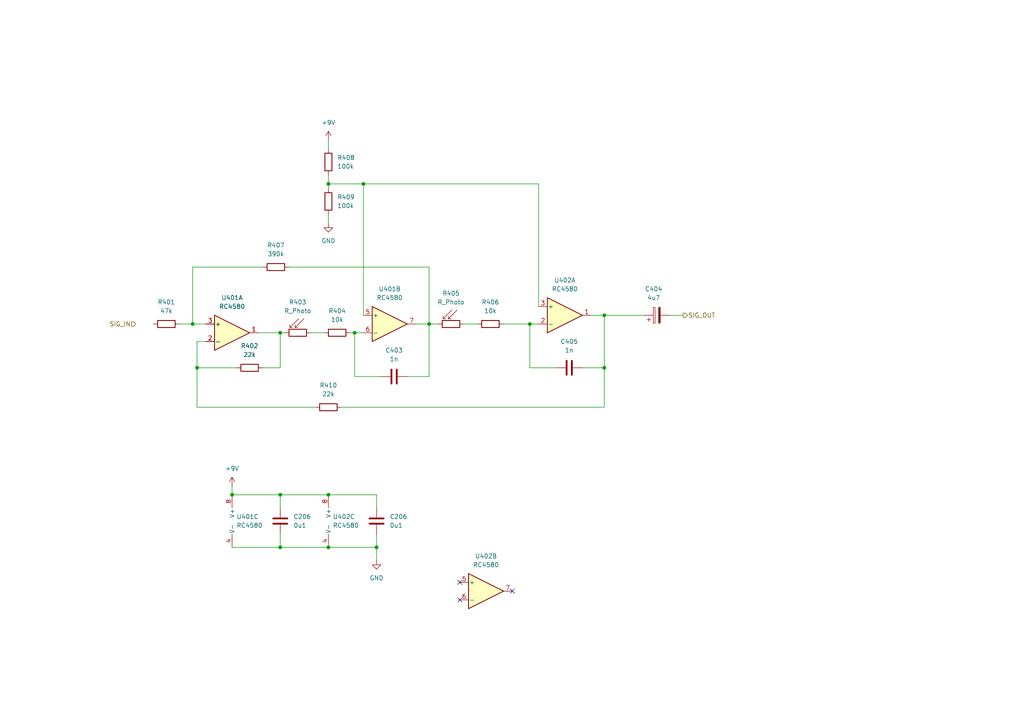
<source format=kicad_sch>
(kicad_sch (version 20230121) (generator eeschema)
  (paper "A4")
  (lib_symbols
    (symbol "Amplifier_Operational:RC4580" (pin_names (offset 0.127))
      (property "Reference" "U" (at 0 5.08 0))
      (property "Value" "RC4580" (at 0 -5.08 0))
      (symbol "RC4580_1_1"
        (polyline (pts (xy -5.08 5.08) (xy 5.08 0) (xy -5.08 -5.08) (xy -5.08 5.08)) (stroke (width 0.254)) (fill (type background)))
        (pin output line (at 7.62 0 180) (length 2.54) (name "~") (number "1"))
        (pin input line (at -7.62 -2.54 0) (length 2.54) (name "-") (number "2"))
        (pin input line (at -7.62 2.54 0) (length 2.54) (name "+") (number "3"))
      )
      (symbol "RC4580_2_1"
        (polyline (pts (xy -5.08 5.08) (xy 5.08 0) (xy -5.08 -5.08) (xy -5.08 5.08)) (stroke (width 0.254)) (fill (type background)))
        (pin input line (at -7.62 2.54 0) (length 2.54) (name "+") (number "5"))
        (pin input line (at -7.62 -2.54 0) (length 2.54) (name "-") (number "6"))
        (pin output line (at 7.62 0 180) (length 2.54) (name "~") (number "7"))
      )
      (symbol "RC4580_3_1"
        (pin power_in line (at -2.54 -7.62 90) (length 3.81) (name "V-") (number "4"))
        (pin power_in line (at -2.54 7.62 270) (length 3.81) (name "V+") (number "8"))
      )
    )
    (symbol "Device:C" (pin_numbers hide) (pin_names (offset 0.254))
      (property "Reference" "C" (at 0.635 2.54 0))
      (property "Value" "C" (at 0.635 -2.54 0))
      (symbol "C_0_1"
        (polyline (pts (xy -2.032 -0.762) (xy 2.032 -0.762)) (stroke (width 0.508)))
        (polyline (pts (xy -2.032 0.762) (xy 2.032 0.762)) (stroke (width 0.508)))
      )
      (symbol "C_1_1"
        (pin passive line (at 0 3.81 270) (length 2.794) (name "~") (number "1"))
        (pin passive line (at 0 -3.81 90) (length 2.794) (name "~") (number "2"))
      )
    )
    (symbol "Device:C_Polarized" (pin_numbers hide) (pin_names (offset 0.254))
      (property "Reference" "C" (at 0.635 2.54 0))
      (property "Value" "C_Polarized" (at 0.635 -2.54 0))
      (symbol "C_Polarized_0_1"
        (rectangle (start -2.286 0.508) (end 2.286 1.016))
        (polyline (pts (xy -1.778 2.286) (xy -0.762 2.286)))
        (polyline (pts (xy -1.27 2.794) (xy -1.27 1.778)))
        (rectangle (start 2.286 -0.508) (end -2.286 -1.016) (fill (type outline)))
      )
      (symbol "C_Polarized_1_1"
        (pin passive line (at 0 3.81 270) (length 2.794) (name "~") (number "1"))
        (pin passive line (at 0 -3.81 90) (length 2.794) (name "~") (number "2"))
      )
    )
    (symbol "Device:R" (pin_numbers hide) (pin_names (offset 0))
      (property "Reference" "R" (at 2.032 0 90))
      (property "Value" "R" (at 0 0 90))
      (symbol "R_0_1"
        (rectangle (start -1.016 -2.54) (end 1.016 2.54) (stroke (width 0.254)))
      )
      (symbol "R_1_1"
        (pin passive line (at 0 3.81 270) (length 1.27) (name "~") (number "1"))
        (pin passive line (at 0 -3.81 90) (length 1.27) (name "~") (number "2"))
      )
    )
    (symbol "Device:R_Photo" (pin_numbers hide) (pin_names (offset 0))
      (property "Reference" "R" (at 1.27 1.27 0))
      (property "Value" "R_Photo" (at 1.27 0 0))
      (symbol "R_Photo_0_1"
        (rectangle (start -1.016 2.54) (end 1.016 -2.54) (stroke (width 0.254)))
        (polyline (pts (xy -1.524 -2.286) (xy -4.064 0.254)))
        (polyline (pts (xy -1.524 -2.286) (xy -2.286 -2.286)))
        (polyline (pts (xy -1.524 -2.286) (xy -1.524 -1.524)))
        (polyline (pts (xy -1.524 -0.762) (xy -4.064 1.778)))
        (polyline (pts (xy -1.524 -0.762) (xy -2.286 -0.762)))
        (polyline (pts (xy -1.524 -0.762) (xy -1.524 0)))
      )
      (symbol "R_Photo_1_1"
        (pin passive line (at 0 3.81 270) (length 1.27) (name "~") (number "1"))
        (pin passive line (at 0 -3.81 90) (length 1.27) (name "~") (number "2"))
      )
    )
    (symbol "power:+9V" (power) (pin_names (offset 0))
      (property "Value" "+9V" (at 0 3.556 0))
      (symbol "+9V_0_1"
        (polyline (pts (xy -0.762 1.27) (xy 0 2.54)))
        (polyline (pts (xy 0 0) (xy 0 2.54)))
        (polyline (pts (xy 0 2.54) (xy 0.762 1.27)))
      )
      (symbol "+9V_1_1"
        (pin power_in line (at 0 0 90) (length 0) hide (name "+9V") (number "1"))
      )
    )
    (symbol "power:GND" (power) (pin_names (offset 0))
      (property "Value" "GND" (at 0 -3.81 0))
      (symbol "GND_0_1"
        (polyline (pts (xy 0 0) (xy 0 -1.27) (xy 1.27 -1.27) (xy 0 -2.54) (xy -1.27 -1.27) (xy 0 -1.27)))
      )
      (symbol "GND_1_1"
        (pin power_in line (at 0 0 270) (length 0) hide (name "GND") (number "1"))
      )
    )
  )
  (junction (at 109.22 158.75))
  (junction (at 95.25 143.51))
  (junction (at 175.26 91.44))
  (junction (at 67.31 143.51))
  (junction (at 102.87 96.52))
  (junction (at 153.67 93.98))
  (junction (at 81.28 143.51))
  (junction (at 95.25 158.75))
  (junction (at 95.25 53.34))
  (junction (at 81.28 158.75))
  (junction (at 105.41 53.34))
  (junction (at 55.88 93.98))
  (junction (at 124.46 93.98))
  (junction (at 81.28 96.52))
  (junction (at 57.15 106.68))
  (junction (at 175.26 106.68))
  (no_connect (at 133.35 173.99))
  (no_connect (at 133.35 168.91))
  (no_connect (at 148.59 171.45))
  (wire (pts (xy 83.82 77.47) (xy 124.46 77.47)))
  (wire (pts (xy 124.46 93.98) (xy 124.46 77.47)))
  (wire (pts (xy 124.46 93.98) (xy 124.46 109.22)))
  (wire (pts (xy 101.6 96.52) (xy 102.87 96.52)))
  (wire (pts (xy 59.69 99.06) (xy 57.15 99.06)))
  (wire (pts (xy 175.26 106.68) (xy 168.91 106.68)))
  (wire (pts (xy 171.45 91.44) (xy 175.26 91.44)))
  (wire (pts (xy 57.15 118.11) (xy 57.15 106.68)))
  (wire (pts (xy 76.2 77.47) (xy 55.88 77.47)))
  (wire (pts (xy 57.15 99.06) (xy 57.15 106.68)))
  (wire (pts (xy 153.67 93.98) (xy 156.21 93.98)))
  (wire (pts (xy 109.22 143.51) (xy 109.22 147.32)))
  (wire (pts (xy 124.46 109.22) (xy 118.11 109.22)))
  (wire (pts (xy 55.88 93.98) (xy 59.69 93.98)))
  (wire (pts (xy 102.87 109.22) (xy 102.87 96.52)))
  (wire (pts (xy 95.25 53.34) (xy 95.25 54.61)))
  (wire (pts (xy 95.25 50.8) (xy 95.25 53.34)))
  (wire (pts (xy 67.31 140.97) (xy 67.31 143.51)))
  (wire (pts (xy 76.2 106.68) (xy 81.28 106.68)))
  (wire (pts (xy 91.44 118.11) (xy 57.15 118.11)))
  (wire (pts (xy 95.25 53.34) (xy 105.41 53.34)))
  (wire (pts (xy 134.62 93.98) (xy 138.43 93.98)))
  (wire (pts (xy 110.49 109.22) (xy 102.87 109.22)))
  (wire (pts (xy 102.87 96.52) (xy 105.41 96.52)))
  (wire (pts (xy 81.28 143.51) (xy 95.25 143.51)))
  (wire (pts (xy 95.25 40.64) (xy 95.25 43.18)))
  (wire (pts (xy 95.25 158.75) (xy 109.22 158.75)))
  (wire (pts (xy 81.28 158.75) (xy 95.25 158.75)))
  (wire (pts (xy 105.41 53.34) (xy 156.21 53.34)))
  (wire (pts (xy 146.05 93.98) (xy 153.67 93.98)))
  (wire (pts (xy 52.07 93.98) (xy 55.88 93.98)))
  (wire (pts (xy 67.31 143.51) (xy 81.28 143.51)))
  (wire (pts (xy 156.21 53.34) (xy 156.21 88.9)))
  (wire (pts (xy 175.26 106.68) (xy 175.26 118.11)))
  (wire (pts (xy 81.28 158.75) (xy 81.28 154.94)))
  (wire (pts (xy 95.25 143.51) (xy 109.22 143.51)))
  (wire (pts (xy 109.22 158.75) (xy 109.22 162.56)))
  (wire (pts (xy 67.31 158.75) (xy 81.28 158.75)))
  (wire (pts (xy 161.29 106.68) (xy 153.67 106.68)))
  (wire (pts (xy 153.67 106.68) (xy 153.67 93.98)))
  (wire (pts (xy 109.22 158.75) (xy 109.22 154.94)))
  (wire (pts (xy 105.41 53.34) (xy 105.41 91.44)))
  (wire (pts (xy 194.31 91.44) (xy 198.12 91.44)))
  (wire (pts (xy 175.26 91.44) (xy 175.26 106.68)))
  (wire (pts (xy 90.17 96.52) (xy 93.98 96.52)))
  (wire (pts (xy 81.28 96.52) (xy 82.55 96.52)))
  (wire (pts (xy 55.88 77.47) (xy 55.88 93.98)))
  (wire (pts (xy 81.28 106.68) (xy 81.28 96.52)))
  (wire (pts (xy 95.25 62.23) (xy 95.25 64.77)))
  (wire (pts (xy 175.26 91.44) (xy 186.69 91.44)))
  (wire (pts (xy 124.46 93.98) (xy 127 93.98)))
  (wire (pts (xy 81.28 96.52) (xy 74.93 96.52)))
  (wire (pts (xy 120.65 93.98) (xy 124.46 93.98)))
  (wire (pts (xy 57.15 106.68) (xy 68.58 106.68)))
  (wire (pts (xy 81.28 143.51) (xy 81.28 147.32)))
  (wire (pts (xy 99.06 118.11) (xy 175.26 118.11)))
  (hierarchical_label "SIG_IN" (shape input) (at 39.37 93.98 180))
  (hierarchical_label "SIG_OUT" (shape output) (at 198.12 91.44 0))
  (symbol (lib_id "Device:R") (at 95.25 46.99 0) (unit 1)
    (property "Reference" "R408" (at 97.79 45.72 0) (effects (justify left)))
    (property "Value" "100k" (at 97.79 48.26 0) (effects (justify left)))
    (property "DPN" "RNF14FTD100KTR-ND" (effects hide))
  )
  (symbol (lib_id "power:+9V") (at 67.31 140.97 0) (unit 1)
    (property "Reference" "#PWR0401" (effects hide))
    (property "Value" "+9V" (at 67.31 135.89 0))
  )
  (symbol (lib_id "Device:R") (at 48.26 93.98 90) (unit 1)
    (property "Reference" "R401" (at 48.26 87.63 90))
    (property "Value" "47k" (at 48.26 90.17 90))
    (property "DPN" "13-MFR-25FRF52-47KCT-ND" (effects hide))
  )
  (symbol (lib_id "power:+9V") (at 95.25 40.64 0) (unit 1)
    (property "Reference" "#PWR0403" (effects hide))
    (property "Value" "+9V" (at 95.25 35.56 0))
  )
  (symbol (lib_id "Device:C") (at 165.1 106.68 90) (unit 1)
    (property "Reference" "C405" (at 165.1 99.06 90))
    (property "Value" "1n" (at 165.1 101.6 90))
    (property "DPN" "BC2659CT-ND" (effects hide))
  )
  (symbol (lib_id "Amplifier_Operational:RC4580") (at 69.85 151.13 0) (unit 3)
    (property "Reference" "U401" (at 68.58 149.86 0) (effects (justify left)))
    (property "Value" "RC4580" (at 68.58 152.4 0) (effects (justify left)))
    (property "Datasheet" "http://www.ti.com/lit/ds/symlink/rc4580.pdf" (effects hide))
    (property "DPN" "296-15368-5-ND" (effects hide))
  )
  (symbol (lib_id "Device:C_Polarized") (at 190.5 91.44 90) (unit 1)
    (property "Reference" "C404" (at 189.611 83.82 90))
    (property "Value" "4u7" (at 189.611 86.36 90))
    (property "DPN" "399-6584-ND" (effects hide))
  )
  (symbol (lib_id "Amplifier_Operational:RC4580") (at 140.97 171.45 0) (unit 2)
    (property "Reference" "U402" (at 140.97 161.29 0))
    (property "Value" "RC4580" (at 140.97 163.83 0))
    (property "Datasheet" "http://www.ti.com/lit/ds/symlink/rc4580.pdf" (effects hide))
    (property "DPN" "296-15368-5-ND" (effects hide))
  )
  (symbol (lib_id "Device:C") (at 109.22 151.13 0) (unit 1)
    (property "Reference" "C206" (at 113.03 149.86 0) (effects (justify left)))
    (property "Value" "0u1" (at 113.03 152.4 0) (effects (justify left)))
    (property "DPN" "399-9877-1-ND" (effects hide))
    (instances (project "ldr_synth" (path "" (reference "C206") (unit 1)) (path "" (reference "C402") (unit 1))))
  )
  (symbol (lib_id "power:GND") (at 95.25 64.77 0) (unit 1)
    (property "Reference" "#PWR0404" (effects hide))
    (property "Value" "GND" (at 95.25 69.85 0))
  )
  (symbol (lib_id "Device:R") (at 142.24 93.98 90) (unit 1)
    (property "Reference" "R406" (at 142.24 87.63 90))
    (property "Value" "10k" (at 142.24 90.17 90))
    (property "DPN" "13-MFR-25FRF52-10KCT-ND" (effects hide))
  )
  (symbol (lib_id "Amplifier_Operational:RC4580") (at 113.03 93.98 0) (unit 2)
    (property "Reference" "U401" (at 113.03 83.82 0))
    (property "Value" "RC4580" (at 113.03 86.36 0))
    (property "Datasheet" "http://www.ti.com/lit/ds/symlink/rc4580.pdf" (effects hide))
    (property "DPN" "296-15368-5-ND" (effects hide))
  )
  (symbol (lib_id "power:GND") (at 109.22 162.56 0) (unit 1)
    (property "Reference" "#PWR0402" (effects hide))
    (property "Value" "GND" (at 109.22 167.64 0))
  )
  (symbol (lib_id "Device:R") (at 80.01 77.47 90) (unit 1)
    (property "Reference" "R407" (at 80.01 71.12 90))
    (property "Value" "390k" (at 80.01 73.66 90))
    (property "DPN" "S390KCACT-ND" (effects hide))
  )
  (symbol (lib_id "Device:R_Photo") (at 86.36 96.52 270) (unit 1)
    (property "Reference" "R403" (at 86.36 87.63 90))
    (property "Value" "R_Photo" (at 86.36 90.17 90))
    (property "DPN" "1528-2141-ND" (effects hide))
  )
  (symbol (lib_id "Amplifier_Operational:RC4580") (at 97.79 151.13 0) (unit 3)
    (property "Reference" "U402" (at 96.52 149.86 0) (effects (justify left)))
    (property "Value" "RC4580" (at 96.52 152.4 0) (effects (justify left)))
    (property "Datasheet" "http://www.ti.com/lit/ds/symlink/rc4580.pdf" (effects hide))
    (property "DPN" "296-15368-5-ND" (effects hide))
  )
  (symbol (lib_id "Amplifier_Operational:RC4580") (at 163.83 91.44 0) (unit 1)
    (property "Reference" "U402" (at 163.83 81.28 0))
    (property "Value" "RC4580" (at 163.83 83.82 0))
    (property "Datasheet" "http://www.ti.com/lit/ds/symlink/rc4580.pdf" (effects hide))
    (property "DPN" "296-15368-5-ND" (effects hide))
  )
  (symbol (lib_id "Amplifier_Operational:RC4580") (at 67.31 96.52 0) (unit 1)
    (property "Reference" "U401" (at 67.31 86.36 0))
    (property "Value" "RC4580" (at 67.31 88.9 0))
    (property "Datasheet" "http://www.ti.com/lit/ds/symlink/rc4580.pdf" (effects hide))
    (property "DPN" "296-15368-5-ND" (effects hide))
  )
  (symbol (lib_id "Device:R") (at 72.39 106.68 270) (unit 1)
    (property "Reference" "R402" (at 72.39 100.33 90))
    (property "Value" "22k" (at 72.39 102.87 90))
    (property "DPN" "S22KCACT-ND" (effects hide))
  )
  (symbol (lib_id "Device:C") (at 114.3 109.22 90) (unit 1)
    (property "Reference" "C403" (at 114.3 101.6 90))
    (property "Value" "1n" (at 114.3 104.14 90))
    (property "DPN" "BC2659CT-ND" (effects hide))
  )
  (symbol (lib_id "Device:C") (at 81.28 151.13 0) (unit 1)
    (property "Reference" "C206" (at 85.09 149.86 0) (effects (justify left)))
    (property "Value" "0u1" (at 85.09 152.4 0) (effects (justify left)))
    (property "DPN" "399-9877-1-ND" (effects hide))
    (instances (project "ldr_synth" (path "" (reference "C206") (unit 1)) (path "" (reference "C401") (unit 1))))
  )
  (symbol (lib_id "Device:R") (at 97.79 96.52 90) (unit 1)
    (property "Reference" "R404" (at 97.79 90.17 90))
    (property "Value" "10k" (at 97.79 92.71 90))
    (property "DPN" "13-MFR-25FRF52-10KCT-ND" (effects hide))
  )
  (symbol (lib_id "Device:R_Photo") (at 130.81 93.98 270) (unit 1)
    (property "Reference" "R405" (at 130.81 85.09 90))
    (property "Value" "R_Photo" (at 130.81 87.63 90))
    (property "DPN" "1528-2141-ND" (effects hide))
  )
  (symbol (lib_id "Device:R") (at 95.25 118.11 270) (unit 1)
    (property "Reference" "R410" (at 95.25 111.76 90))
    (property "Value" "22k" (at 95.25 114.3 90))
    (property "DPN" "S22KCACT-ND" (effects hide))
  )
  (symbol (lib_id "Device:R") (at 95.25 58.42 0) (unit 1)
    (property "Reference" "R409" (at 97.79 57.15 0) (effects (justify left)))
    (property "Value" "100k" (at 97.79 59.69 0) (effects (justify left)))
    (property "DPN" "RNF14FTD100KTR-ND" (effects hide))
  )
)
</source>
